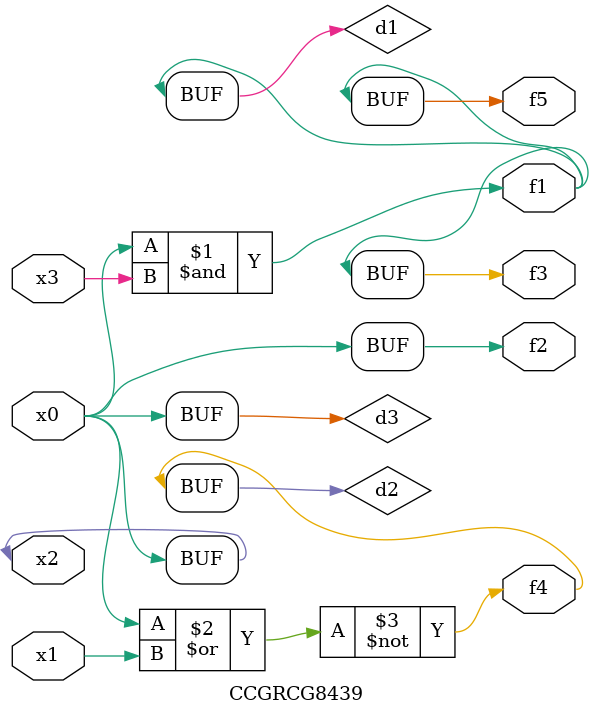
<source format=v>
module CCGRCG8439(
	input x0, x1, x2, x3,
	output f1, f2, f3, f4, f5
);

	wire d1, d2, d3;

	and (d1, x2, x3);
	nor (d2, x0, x1);
	buf (d3, x0, x2);
	assign f1 = d1;
	assign f2 = d3;
	assign f3 = d1;
	assign f4 = d2;
	assign f5 = d1;
endmodule

</source>
